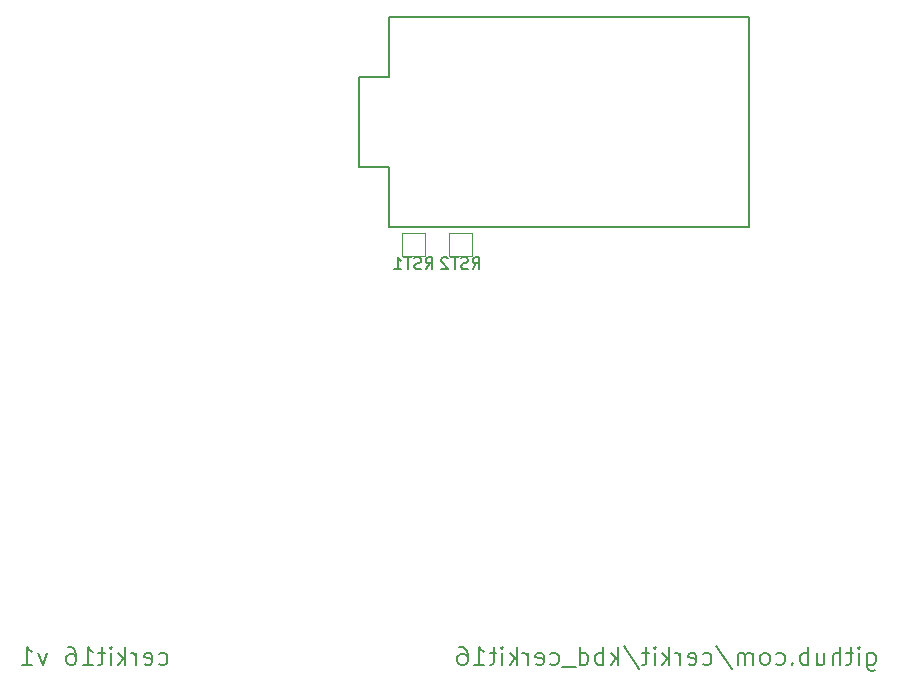
<source format=gbo>
%TF.GenerationSoftware,KiCad,Pcbnew,(5.1.6)-1*%
%TF.CreationDate,2020-05-27T10:41:01-05:00*%
%TF.ProjectId,cerkit16,6365726b-6974-4313-962e-6b696361645f,rev?*%
%TF.SameCoordinates,Original*%
%TF.FileFunction,Legend,Bot*%
%TF.FilePolarity,Positive*%
%FSLAX46Y46*%
G04 Gerber Fmt 4.6, Leading zero omitted, Abs format (unit mm)*
G04 Created by KiCad (PCBNEW (5.1.6)-1) date 2020-05-27 10:41:01*
%MOMM*%
%LPD*%
G01*
G04 APERTURE LIST*
%ADD10C,0.150000*%
%ADD11C,0.120000*%
%ADD12C,2.350000*%
%ADD13C,4.087800*%
%ADD14C,1.850000*%
%ADD15R,1.600000X1.600000*%
%ADD16C,1.700000*%
%ADD17R,1.700000X1.700000*%
%ADD18O,1.700000X1.700000*%
G04 APERTURE END LIST*
D10*
X53847321Y-106175892D02*
X53990178Y-106247321D01*
X54275892Y-106247321D01*
X54418750Y-106175892D01*
X54490178Y-106104464D01*
X54561607Y-105961607D01*
X54561607Y-105533035D01*
X54490178Y-105390178D01*
X54418750Y-105318750D01*
X54275892Y-105247321D01*
X53990178Y-105247321D01*
X53847321Y-105318750D01*
X52633035Y-106175892D02*
X52775892Y-106247321D01*
X53061607Y-106247321D01*
X53204464Y-106175892D01*
X53275892Y-106033035D01*
X53275892Y-105461607D01*
X53204464Y-105318750D01*
X53061607Y-105247321D01*
X52775892Y-105247321D01*
X52633035Y-105318750D01*
X52561607Y-105461607D01*
X52561607Y-105604464D01*
X53275892Y-105747321D01*
X51918750Y-106247321D02*
X51918750Y-105247321D01*
X51918750Y-105533035D02*
X51847321Y-105390178D01*
X51775892Y-105318750D01*
X51633035Y-105247321D01*
X51490178Y-105247321D01*
X50990178Y-106247321D02*
X50990178Y-104747321D01*
X50847321Y-105675892D02*
X50418750Y-106247321D01*
X50418750Y-105247321D02*
X50990178Y-105818750D01*
X49775892Y-106247321D02*
X49775892Y-105247321D01*
X49775892Y-104747321D02*
X49847321Y-104818750D01*
X49775892Y-104890178D01*
X49704464Y-104818750D01*
X49775892Y-104747321D01*
X49775892Y-104890178D01*
X49275892Y-105247321D02*
X48704464Y-105247321D01*
X49061607Y-104747321D02*
X49061607Y-106033035D01*
X48990178Y-106175892D01*
X48847321Y-106247321D01*
X48704464Y-106247321D01*
X47418750Y-106247321D02*
X48275892Y-106247321D01*
X47847321Y-106247321D02*
X47847321Y-104747321D01*
X47990178Y-104961607D01*
X48133035Y-105104464D01*
X48275892Y-105175892D01*
X46133035Y-104747321D02*
X46418750Y-104747321D01*
X46561607Y-104818750D01*
X46633035Y-104890178D01*
X46775892Y-105104464D01*
X46847321Y-105390178D01*
X46847321Y-105961607D01*
X46775892Y-106104464D01*
X46704464Y-106175892D01*
X46561607Y-106247321D01*
X46275892Y-106247321D01*
X46133035Y-106175892D01*
X46061607Y-106104464D01*
X45990178Y-105961607D01*
X45990178Y-105604464D01*
X46061607Y-105461607D01*
X46133035Y-105390178D01*
X46275892Y-105318750D01*
X46561607Y-105318750D01*
X46704464Y-105390178D01*
X46775892Y-105461607D01*
X46847321Y-105604464D01*
X44347321Y-105247321D02*
X43990178Y-106247321D01*
X43633035Y-105247321D01*
X42275892Y-106247321D02*
X43133035Y-106247321D01*
X42704464Y-106247321D02*
X42704464Y-104747321D01*
X42847321Y-104961607D01*
X42990178Y-105104464D01*
X43133035Y-105175892D01*
X113837500Y-105247321D02*
X113837500Y-106461607D01*
X113908928Y-106604464D01*
X113980357Y-106675892D01*
X114123214Y-106747321D01*
X114337500Y-106747321D01*
X114480357Y-106675892D01*
X113837500Y-106175892D02*
X113980357Y-106247321D01*
X114266071Y-106247321D01*
X114408928Y-106175892D01*
X114480357Y-106104464D01*
X114551785Y-105961607D01*
X114551785Y-105533035D01*
X114480357Y-105390178D01*
X114408928Y-105318750D01*
X114266071Y-105247321D01*
X113980357Y-105247321D01*
X113837500Y-105318750D01*
X113123214Y-106247321D02*
X113123214Y-105247321D01*
X113123214Y-104747321D02*
X113194642Y-104818750D01*
X113123214Y-104890178D01*
X113051785Y-104818750D01*
X113123214Y-104747321D01*
X113123214Y-104890178D01*
X112623214Y-105247321D02*
X112051785Y-105247321D01*
X112408928Y-104747321D02*
X112408928Y-106033035D01*
X112337500Y-106175892D01*
X112194642Y-106247321D01*
X112051785Y-106247321D01*
X111551785Y-106247321D02*
X111551785Y-104747321D01*
X110908928Y-106247321D02*
X110908928Y-105461607D01*
X110980357Y-105318750D01*
X111123214Y-105247321D01*
X111337500Y-105247321D01*
X111480357Y-105318750D01*
X111551785Y-105390178D01*
X109551785Y-105247321D02*
X109551785Y-106247321D01*
X110194642Y-105247321D02*
X110194642Y-106033035D01*
X110123214Y-106175892D01*
X109980357Y-106247321D01*
X109766071Y-106247321D01*
X109623214Y-106175892D01*
X109551785Y-106104464D01*
X108837500Y-106247321D02*
X108837500Y-104747321D01*
X108837500Y-105318750D02*
X108694642Y-105247321D01*
X108408928Y-105247321D01*
X108266071Y-105318750D01*
X108194642Y-105390178D01*
X108123214Y-105533035D01*
X108123214Y-105961607D01*
X108194642Y-106104464D01*
X108266071Y-106175892D01*
X108408928Y-106247321D01*
X108694642Y-106247321D01*
X108837500Y-106175892D01*
X107480357Y-106104464D02*
X107408928Y-106175892D01*
X107480357Y-106247321D01*
X107551785Y-106175892D01*
X107480357Y-106104464D01*
X107480357Y-106247321D01*
X106123214Y-106175892D02*
X106266071Y-106247321D01*
X106551785Y-106247321D01*
X106694642Y-106175892D01*
X106766071Y-106104464D01*
X106837500Y-105961607D01*
X106837500Y-105533035D01*
X106766071Y-105390178D01*
X106694642Y-105318750D01*
X106551785Y-105247321D01*
X106266071Y-105247321D01*
X106123214Y-105318750D01*
X105266071Y-106247321D02*
X105408928Y-106175892D01*
X105480357Y-106104464D01*
X105551785Y-105961607D01*
X105551785Y-105533035D01*
X105480357Y-105390178D01*
X105408928Y-105318750D01*
X105266071Y-105247321D01*
X105051785Y-105247321D01*
X104908928Y-105318750D01*
X104837500Y-105390178D01*
X104766071Y-105533035D01*
X104766071Y-105961607D01*
X104837500Y-106104464D01*
X104908928Y-106175892D01*
X105051785Y-106247321D01*
X105266071Y-106247321D01*
X104123214Y-106247321D02*
X104123214Y-105247321D01*
X104123214Y-105390178D02*
X104051785Y-105318750D01*
X103908928Y-105247321D01*
X103694642Y-105247321D01*
X103551785Y-105318750D01*
X103480357Y-105461607D01*
X103480357Y-106247321D01*
X103480357Y-105461607D02*
X103408928Y-105318750D01*
X103266071Y-105247321D01*
X103051785Y-105247321D01*
X102908928Y-105318750D01*
X102837500Y-105461607D01*
X102837500Y-106247321D01*
X101051785Y-104675892D02*
X102337500Y-106604464D01*
X99908928Y-106175892D02*
X100051785Y-106247321D01*
X100337500Y-106247321D01*
X100480357Y-106175892D01*
X100551785Y-106104464D01*
X100623214Y-105961607D01*
X100623214Y-105533035D01*
X100551785Y-105390178D01*
X100480357Y-105318750D01*
X100337500Y-105247321D01*
X100051785Y-105247321D01*
X99908928Y-105318750D01*
X98694642Y-106175892D02*
X98837500Y-106247321D01*
X99123214Y-106247321D01*
X99266071Y-106175892D01*
X99337500Y-106033035D01*
X99337500Y-105461607D01*
X99266071Y-105318750D01*
X99123214Y-105247321D01*
X98837500Y-105247321D01*
X98694642Y-105318750D01*
X98623214Y-105461607D01*
X98623214Y-105604464D01*
X99337500Y-105747321D01*
X97980357Y-106247321D02*
X97980357Y-105247321D01*
X97980357Y-105533035D02*
X97908928Y-105390178D01*
X97837500Y-105318750D01*
X97694642Y-105247321D01*
X97551785Y-105247321D01*
X97051785Y-106247321D02*
X97051785Y-104747321D01*
X96908928Y-105675892D02*
X96480357Y-106247321D01*
X96480357Y-105247321D02*
X97051785Y-105818750D01*
X95837500Y-106247321D02*
X95837500Y-105247321D01*
X95837500Y-104747321D02*
X95908928Y-104818750D01*
X95837500Y-104890178D01*
X95766071Y-104818750D01*
X95837500Y-104747321D01*
X95837500Y-104890178D01*
X95337500Y-105247321D02*
X94766071Y-105247321D01*
X95123214Y-104747321D02*
X95123214Y-106033035D01*
X95051785Y-106175892D01*
X94908928Y-106247321D01*
X94766071Y-106247321D01*
X93194642Y-104675892D02*
X94480357Y-106604464D01*
X92694642Y-106247321D02*
X92694642Y-104747321D01*
X92551785Y-105675892D02*
X92123214Y-106247321D01*
X92123214Y-105247321D02*
X92694642Y-105818750D01*
X91480357Y-106247321D02*
X91480357Y-104747321D01*
X91480357Y-105318750D02*
X91337500Y-105247321D01*
X91051785Y-105247321D01*
X90908928Y-105318750D01*
X90837500Y-105390178D01*
X90766071Y-105533035D01*
X90766071Y-105961607D01*
X90837500Y-106104464D01*
X90908928Y-106175892D01*
X91051785Y-106247321D01*
X91337500Y-106247321D01*
X91480357Y-106175892D01*
X89480357Y-106247321D02*
X89480357Y-104747321D01*
X89480357Y-106175892D02*
X89623214Y-106247321D01*
X89908928Y-106247321D01*
X90051785Y-106175892D01*
X90123214Y-106104464D01*
X90194642Y-105961607D01*
X90194642Y-105533035D01*
X90123214Y-105390178D01*
X90051785Y-105318750D01*
X89908928Y-105247321D01*
X89623214Y-105247321D01*
X89480357Y-105318750D01*
X89123214Y-106390178D02*
X87980357Y-106390178D01*
X86980357Y-106175892D02*
X87123214Y-106247321D01*
X87408928Y-106247321D01*
X87551785Y-106175892D01*
X87623214Y-106104464D01*
X87694642Y-105961607D01*
X87694642Y-105533035D01*
X87623214Y-105390178D01*
X87551785Y-105318750D01*
X87408928Y-105247321D01*
X87123214Y-105247321D01*
X86980357Y-105318750D01*
X85766071Y-106175892D02*
X85908928Y-106247321D01*
X86194642Y-106247321D01*
X86337500Y-106175892D01*
X86408928Y-106033035D01*
X86408928Y-105461607D01*
X86337500Y-105318750D01*
X86194642Y-105247321D01*
X85908928Y-105247321D01*
X85766071Y-105318750D01*
X85694642Y-105461607D01*
X85694642Y-105604464D01*
X86408928Y-105747321D01*
X85051785Y-106247321D02*
X85051785Y-105247321D01*
X85051785Y-105533035D02*
X84980357Y-105390178D01*
X84908928Y-105318750D01*
X84766071Y-105247321D01*
X84623214Y-105247321D01*
X84123214Y-106247321D02*
X84123214Y-104747321D01*
X83980357Y-105675892D02*
X83551785Y-106247321D01*
X83551785Y-105247321D02*
X84123214Y-105818750D01*
X82908928Y-106247321D02*
X82908928Y-105247321D01*
X82908928Y-104747321D02*
X82980357Y-104818750D01*
X82908928Y-104890178D01*
X82837500Y-104818750D01*
X82908928Y-104747321D01*
X82908928Y-104890178D01*
X82408928Y-105247321D02*
X81837500Y-105247321D01*
X82194642Y-104747321D02*
X82194642Y-106033035D01*
X82123214Y-106175892D01*
X81980357Y-106247321D01*
X81837500Y-106247321D01*
X80551785Y-106247321D02*
X81408928Y-106247321D01*
X80980357Y-106247321D02*
X80980357Y-104747321D01*
X81123214Y-104961607D01*
X81266071Y-105104464D01*
X81408928Y-105175892D01*
X79266071Y-104747321D02*
X79551785Y-104747321D01*
X79694642Y-104818750D01*
X79766071Y-104890178D01*
X79908928Y-105104464D01*
X79980357Y-105390178D01*
X79980357Y-105961607D01*
X79908928Y-106104464D01*
X79837500Y-106175892D01*
X79694642Y-106247321D01*
X79408928Y-106247321D01*
X79266071Y-106175892D01*
X79194642Y-106104464D01*
X79123214Y-105961607D01*
X79123214Y-105604464D01*
X79194642Y-105461607D01*
X79266071Y-105390178D01*
X79408928Y-105318750D01*
X79694642Y-105318750D01*
X79837500Y-105390178D01*
X79908928Y-105461607D01*
X79980357Y-105604464D01*
D11*
%TO.C,RST2*%
X78425000Y-71593750D02*
X80325000Y-71593750D01*
X80325000Y-71593750D02*
X80325000Y-69693750D01*
X80325000Y-69693750D02*
X78425000Y-69693750D01*
X78425000Y-69693750D02*
X78425000Y-71593750D01*
%TO.C,RST1*%
X74456250Y-71593750D02*
X76356250Y-71593750D01*
X76356250Y-71593750D02*
X76356250Y-69693750D01*
X76356250Y-69693750D02*
X74456250Y-69693750D01*
X74456250Y-69693750D02*
X74456250Y-71593750D01*
D10*
%TO.C,U1*%
X103822500Y-69215000D02*
X103822500Y-51435000D01*
X73342500Y-69215000D02*
X103822500Y-69215000D01*
X73342500Y-64135000D02*
X73342500Y-69215000D01*
X70802500Y-64135000D02*
X73342500Y-64135000D01*
X70802500Y-56515000D02*
X70802500Y-64135000D01*
X73342500Y-56515000D02*
X70802500Y-56515000D01*
X73342500Y-51435000D02*
X73342500Y-56515000D01*
X73342500Y-51435000D02*
X103822500Y-51435000D01*
%TO.C,RST2*%
X80398809Y-72744130D02*
X80732142Y-72267940D01*
X80970238Y-72744130D02*
X80970238Y-71744130D01*
X80589285Y-71744130D01*
X80494047Y-71791750D01*
X80446428Y-71839369D01*
X80398809Y-71934607D01*
X80398809Y-72077464D01*
X80446428Y-72172702D01*
X80494047Y-72220321D01*
X80589285Y-72267940D01*
X80970238Y-72267940D01*
X80017857Y-72696511D02*
X79875000Y-72744130D01*
X79636904Y-72744130D01*
X79541666Y-72696511D01*
X79494047Y-72648892D01*
X79446428Y-72553654D01*
X79446428Y-72458416D01*
X79494047Y-72363178D01*
X79541666Y-72315559D01*
X79636904Y-72267940D01*
X79827380Y-72220321D01*
X79922619Y-72172702D01*
X79970238Y-72125083D01*
X80017857Y-72029845D01*
X80017857Y-71934607D01*
X79970238Y-71839369D01*
X79922619Y-71791750D01*
X79827380Y-71744130D01*
X79589285Y-71744130D01*
X79446428Y-71791750D01*
X79160714Y-71744130D02*
X78589285Y-71744130D01*
X78875000Y-72744130D02*
X78875000Y-71744130D01*
X78303571Y-71839369D02*
X78255952Y-71791750D01*
X78160714Y-71744130D01*
X77922619Y-71744130D01*
X77827380Y-71791750D01*
X77779761Y-71839369D01*
X77732142Y-71934607D01*
X77732142Y-72029845D01*
X77779761Y-72172702D01*
X78351190Y-72744130D01*
X77732142Y-72744130D01*
%TO.C,RST1*%
X76430059Y-72744130D02*
X76763392Y-72267940D01*
X77001488Y-72744130D02*
X77001488Y-71744130D01*
X76620535Y-71744130D01*
X76525297Y-71791750D01*
X76477678Y-71839369D01*
X76430059Y-71934607D01*
X76430059Y-72077464D01*
X76477678Y-72172702D01*
X76525297Y-72220321D01*
X76620535Y-72267940D01*
X77001488Y-72267940D01*
X76049107Y-72696511D02*
X75906250Y-72744130D01*
X75668154Y-72744130D01*
X75572916Y-72696511D01*
X75525297Y-72648892D01*
X75477678Y-72553654D01*
X75477678Y-72458416D01*
X75525297Y-72363178D01*
X75572916Y-72315559D01*
X75668154Y-72267940D01*
X75858630Y-72220321D01*
X75953869Y-72172702D01*
X76001488Y-72125083D01*
X76049107Y-72029845D01*
X76049107Y-71934607D01*
X76001488Y-71839369D01*
X75953869Y-71791750D01*
X75858630Y-71744130D01*
X75620535Y-71744130D01*
X75477678Y-71791750D01*
X75191964Y-71744130D02*
X74620535Y-71744130D01*
X74906250Y-72744130D02*
X74906250Y-71744130D01*
X73763392Y-72744130D02*
X74334821Y-72744130D01*
X74049107Y-72744130D02*
X74049107Y-71744130D01*
X74144345Y-71886988D01*
X74239583Y-71982226D01*
X74334821Y-72029845D01*
%TD*%
%LPC*%
D12*
%TO.C,MX8*%
X108902500Y-55245000D03*
D13*
X106362500Y-60325000D03*
D12*
X102552500Y-57785000D03*
D14*
X101282500Y-60325000D03*
X111442500Y-60325000D03*
%TD*%
D12*
%TO.C,MX11*%
X89852500Y-74295000D03*
D13*
X87312500Y-79375000D03*
D12*
X83502500Y-76835000D03*
D14*
X82232500Y-79375000D03*
X92392500Y-79375000D03*
%TD*%
D15*
%TO.C,RST2*%
X79375000Y-70643750D03*
%TD*%
%TO.C,RST1*%
X75406250Y-70643750D03*
%TD*%
D16*
%TO.C,U1*%
X74612500Y-67945000D03*
X77152500Y-67945000D03*
X79692500Y-67945000D03*
X82232500Y-67945000D03*
X84772500Y-67945000D03*
X87312500Y-67945000D03*
X89852500Y-67945000D03*
X92392500Y-67945000D03*
X94932500Y-67945000D03*
X97472500Y-67945000D03*
X100012500Y-67945000D03*
X102552500Y-67945000D03*
X102552500Y-52705000D03*
X100012500Y-52705000D03*
X97472500Y-52705000D03*
X94932500Y-52705000D03*
X92392500Y-52705000D03*
X89852500Y-52705000D03*
X87312500Y-52705000D03*
X84772500Y-52705000D03*
X82232500Y-52705000D03*
X79692500Y-52705000D03*
X77152500Y-52705000D03*
D17*
X74612500Y-52705000D03*
%TD*%
D12*
%TO.C,MX16*%
X108902500Y-93345000D03*
D13*
X106362500Y-98425000D03*
D12*
X102552500Y-95885000D03*
D14*
X101282500Y-98425000D03*
X111442500Y-98425000D03*
%TD*%
D12*
%TO.C,MX15*%
X89852500Y-93345000D03*
D13*
X87312500Y-98425000D03*
D12*
X83502500Y-95885000D03*
D14*
X82232500Y-98425000D03*
X92392500Y-98425000D03*
%TD*%
D12*
%TO.C,MX14*%
X70802500Y-93345000D03*
D13*
X68262500Y-98425000D03*
D12*
X64452500Y-95885000D03*
D14*
X63182500Y-98425000D03*
X73342500Y-98425000D03*
%TD*%
D12*
%TO.C,MX13*%
X51752500Y-93345000D03*
D13*
X49212500Y-98425000D03*
D12*
X45402500Y-95885000D03*
D14*
X44132500Y-98425000D03*
X54292500Y-98425000D03*
%TD*%
D12*
%TO.C,MX12*%
X108902500Y-74295000D03*
D13*
X106362500Y-79375000D03*
D12*
X102552500Y-76835000D03*
D14*
X101282500Y-79375000D03*
X111442500Y-79375000D03*
%TD*%
D12*
%TO.C,MX10*%
X70802500Y-74295000D03*
D13*
X68262500Y-79375000D03*
D12*
X64452500Y-76835000D03*
D14*
X63182500Y-79375000D03*
X73342500Y-79375000D03*
%TD*%
D12*
%TO.C,MX9*%
X51752500Y-74295000D03*
D13*
X49212500Y-79375000D03*
D12*
X45402500Y-76835000D03*
D14*
X44132500Y-79375000D03*
X54292500Y-79375000D03*
%TD*%
D12*
%TO.C,MX7*%
X89852500Y-55245000D03*
D13*
X87312500Y-60325000D03*
D12*
X83502500Y-57785000D03*
D14*
X82232500Y-60325000D03*
X92392500Y-60325000D03*
%TD*%
D12*
%TO.C,MX6*%
X70802500Y-55245000D03*
D13*
X68262500Y-60325000D03*
D12*
X64452500Y-57785000D03*
D14*
X63182500Y-60325000D03*
X73342500Y-60325000D03*
%TD*%
D12*
%TO.C,MX5*%
X51752500Y-55245000D03*
D13*
X49212500Y-60325000D03*
D12*
X45402500Y-57785000D03*
D14*
X44132500Y-60325000D03*
X54292500Y-60325000D03*
%TD*%
D12*
%TO.C,MX4*%
X108902500Y-36195000D03*
D13*
X106362500Y-41275000D03*
D12*
X102552500Y-38735000D03*
D14*
X101282500Y-41275000D03*
X111442500Y-41275000D03*
%TD*%
D12*
%TO.C,MX3*%
X89852500Y-36195000D03*
D13*
X87312500Y-41275000D03*
D12*
X83502500Y-38735000D03*
D14*
X82232500Y-41275000D03*
X92392500Y-41275000D03*
%TD*%
D12*
%TO.C,MX2*%
X70802500Y-36195000D03*
D13*
X68262500Y-41275000D03*
D12*
X64452500Y-38735000D03*
D14*
X63182500Y-41275000D03*
X73342500Y-41275000D03*
%TD*%
D12*
%TO.C,MX1*%
X51752500Y-36195000D03*
D13*
X49212500Y-41275000D03*
D12*
X45402500Y-38735000D03*
D14*
X44132500Y-41275000D03*
X54292500Y-41275000D03*
%TD*%
D18*
%TO.C,D16*%
X115093750Y-93980000D03*
D17*
X115093750Y-101600000D03*
%TD*%
D18*
%TO.C,D15*%
X96837500Y-93980000D03*
D17*
X96837500Y-101600000D03*
%TD*%
D18*
%TO.C,D14*%
X77787500Y-93980000D03*
D17*
X77787500Y-101600000D03*
%TD*%
D18*
%TO.C,D13*%
X58737500Y-93980000D03*
D17*
X58737500Y-101600000D03*
%TD*%
D18*
%TO.C,D12*%
X115093750Y-74930000D03*
D17*
X115093750Y-82550000D03*
%TD*%
D18*
%TO.C,D11*%
X96837500Y-74930000D03*
D17*
X96837500Y-82550000D03*
%TD*%
D18*
%TO.C,D10*%
X77787500Y-74930000D03*
D17*
X77787500Y-82550000D03*
%TD*%
D18*
%TO.C,D9*%
X58737500Y-74930000D03*
D17*
X58737500Y-82550000D03*
%TD*%
D18*
%TO.C,D8*%
X115093750Y-55880000D03*
D17*
X115093750Y-63500000D03*
%TD*%
D18*
%TO.C,D7*%
X96837500Y-55880000D03*
D17*
X96837500Y-63500000D03*
%TD*%
D18*
%TO.C,D6*%
X77787500Y-55880000D03*
D17*
X77787500Y-63500000D03*
%TD*%
D18*
%TO.C,D5*%
X58737500Y-55880000D03*
D17*
X58737500Y-63500000D03*
%TD*%
D18*
%TO.C,D4*%
X115093750Y-36830000D03*
D17*
X115093750Y-44450000D03*
%TD*%
D18*
%TO.C,D3*%
X96837500Y-36830000D03*
D17*
X96837500Y-44450000D03*
%TD*%
D18*
%TO.C,D2*%
X77787500Y-36830000D03*
D17*
X77787500Y-44450000D03*
%TD*%
D18*
%TO.C,D1*%
X58737500Y-36830000D03*
D17*
X58737500Y-44450000D03*
%TD*%
M02*

</source>
